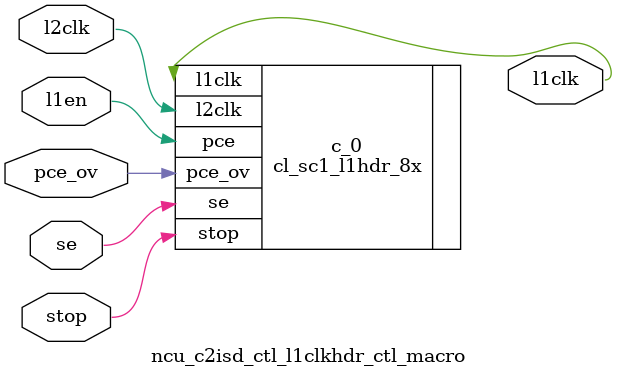
<source format=v>
`define RF_RDEN_OFFSTATE            1'b1

`define NCU_INTMANRF_DEPTH         128
`define NCU_INTMANRF_DATAWIDTH      16
`define NCU_INTMANRF_ADDRWIDTH       7
//====================================

//====================================
`define NCU_MONDORF_DEPTH           64
`define NCU_MONDORF_DATAWIDTH       72
`define NCU_MONDORF_ADDRWIDTH        6
//====================================

//====================================
`define NCU_CPUBUFRF_DEPTH          32
`define NCU_CPUBUFRF_DATAWIDTH     144
`define NCU_CPUBUFRF_ADDRWIDTH       5
//====================================

//====================================
`define NCU_IOBUFRF_DEPTH          32
`define NCU_IOBUFRF_DATAWIDTH     144
`define NCU_IOBUFRF_ADDRWIDTH       5
//====================================

//====================================
`define NCU_IOBUF1RF_DEPTH          32
`define NCU_IOBUF1RF_DATAWIDTH      32
`define NCU_IOBUF1RF_ADDRWIDTH       5
//====================================

//====================================
`define NCU_INTBUFRF_DEPTH          32
`define NCU_INTBUFRF_DATAWIDTH     144
`define NCU_INTBUFRF_ADDRWIDTH       5
//====================================

//== fix me : need to remove when warm //
//== becomes available //
`define WMR_LENGTH		10'd999
`define WMR_LENGTH_P1		10'd1000

//// NCU CSR_MAN address   80_0000_xxxx ////
`define NCU_CSR_MAN			16'h0000
`define NCU_CREG_INTMAN			16'h0000
//`define NCU_CREG_INTVECDISP		16'h0800
`define NCU_CREG_MONDOINVEC		16'h0a00
`define NCU_CREG_SERNUM			16'h1000
`define NCU_CREG_FUSESTAT		16'h1008
`define NCU_CREG_COREAVAIL		16'h1010
`define NCU_CREG_BANKAVAIL		16'h1018
`define NCU_CREG_BANK_ENABLE		16'h1020
`define NCU_CREG_BANK_ENABLE_STATUS 	16'h1028
`define NCU_CREG_L2_HASH_ENABLE		16'h1030
`define NCU_CREG_L2_HASH_ENABLE_STATUS	16'h1038


`define NCU_CREG_MEM32_BASE	16'h2000
`define NCU_CREG_MEM32_MASK	16'h2008
`define NCU_CREG_MEM64_BASE	16'h2010
`define NCU_CREG_MEM64_MASK	16'h2018
`define NCU_CREG_IOCON_BASE	16'h2020
`define NCU_CREG_IOCON_MASK	16'h2028
`define NCU_CREG_MMUFSH		16'h2030

`define NCU_CREG_ESR		16'h3000
`define NCU_CREG_ELE		16'h3008
`define NCU_CREG_EIE		16'h3010
`define NCU_CREG_EJR		16'h3018
`define NCU_CREG_FEE		16'h3020
`define NCU_CREG_PER		16'h3028
`define NCU_CREG_SIISYN		16'h3030
`define NCU_CREG_NCUSYN		16'h3038
`define NCU_CREG_SCKSEL         16'h3040
`define NCU_CREG_DBGTRIG_EN     16'h4000

//// NUC CSR_MONDO address 80_0004_xxxx ////
`define NCU_CSR_MONDO		16'h0004
`define NCU_CREG_MDATA0  	16'h0000 
`define NCU_CREG_MDATA1  	16'h0200 
`define NCU_CREG_MDATA0_ALIAS	16'h0400 
`define NCU_CREG_MDATA1_ALIAS	16'h0600 
`define NCU_CREG_MBUSY		16'h0800 
`define NCU_CREG_MBUSY_ALIAS	16'h0a00 



// ASI shared reg 90_xxxx_xxxx//
`define NCU_ASI_A_HIT			10'h104 // 6-bits cpuid and thread id are "x"
`define NCU_ASI_B_HIT			10'h1CC // 6-bits cpuid and thread id are "x"
`define NCU_ASI_C_HIT			10'h114	// 6-bits cpuid and thread id are "x"
`define NCU_ASI_COREAVAIL		16'h0000
`define NCU_ASI_CORE_ENABLE_STATUS	16'h0010
`define NCU_ASI_CORE_ENABLE		16'h0020
`define NCU_ASI_XIR_STEERING		16'h0030
`define NCU_ASI_CORE_RUNNINGRW		16'h0050
`define NCU_ASI_CORE_RUNNING_STATUS	16'h0058
`define NCU_ASI_CORE_RUNNING_W1S	16'h0060
`define NCU_ASI_CORE_RUNNING_W1C	16'h0068
`define NCU_ASI_INTVECDISP		16'h0000
`define NCU_ASI_ERR_STR                 16'h1000
`define NCU_ASI_WMR_VEC_MASK            16'h0018
`define NCU_ASI_CMP_TICK_ENABLE		16'h0038


//// UCB packet type ////
`define UCB_READ_NACK	4'b0000    // ack/nack types
`define UCB_READ_ACK	4'b0001
`define UCB_WRITE_ACK	4'b0010
`define UCB_IFILL_ACK	4'b0011
`define UCB_IFILL_NACK	4'b0111

`define UCB_READ_REQ	4'b0100    // req types
`define UCB_WRITE_REQ	4'b0101
`define UCB_IFILL_REQ	4'b0110

`define UCB_INT		4'b1000    // plain interrupt
`define UCB_INT_VEC	4'b1100    // interrupt with vector
`define UCB_INT_SOC_UE	4'b1001    // soc interrup ue
`define UCB_INT_SOC_CE  4'b1010    // soc interrup ce
`define UCB_RESET_VEC	4'b0101    // reset with vector
`define UCB_IDLE_VEC	4'b1110    // idle with vector
`define UCB_RESUME_VEC	4'b1111    // resume with vector

`define UCB_INT_SOC 	4'b1101    // soc interrup ce


//// PCX packet type ////
`define	PCX_LOAD_RQ	5'b00000
`define	PCX_IMISS_RQ	5'b10000
`define	PCX_STORE_RQ	5'b00001
`define PCX_FWD_RQs	5'b01101
`define PCX_FWD_RPYs	5'b01110

//// CPX packet type ////
//`define CPX_LOAD_RET	4'b0000
`define CPX_LOAD_RET	4'b1000
`define CPX_ST_ACK	4'b0100
//`define CPX_IFILL_RET	4'b0001
`define CPX_IFILL_RET	4'b1001
`define CPX_INT_RET	4'b0111
`define CPX_INT_SOC	4'b1101
//`define CPX_FWD_RQ_RET	4'b1010
//`define CPX_FWD_RPY_RET	4'b1011




//// Global CSR decode ////
`define NCU_CSR		8'h80
`define NIU_CSR		8'h81
//`define RNG_CSR		8'h82
`define DBG1_CSR               8'h86
`define CCU_CSR		8'h83
`define MCU_CSR		8'h84
`define TCU_CSR		8'h85
`define DMU_CSR		8'h88
`define RCU_CSR		8'h89
`define NCU_ASI		8'h90
			/////8'h91 ~ 9F reserved
			/////8'hA0 ~ BF L2 CSR////
`define DMU_PIO		4'hC   // C0 ~ CF
			/////8'hB0 ~ FE reserved
`define SSI_CSR		8'hFF


//// NCU_SSI ////
`define SSI_ADDR 	 	12'hFF_F
`define SSI_ADDR_TIMEOUT_REG	40'hFF_0001_0088
`define SSI_ADDR_LOG_REG	40'hFF_0000_0018

`define IF_IDLE 2'b00
`define IF_ACPT 2'b01
`define IF_DROP 2'b10

`define SSI_IDLE     3'b000
`define	SSI_REQ      3'b001
`define	SSI_WDATA    3'b011
`define	SSI_REQ_PAR  3'b101
`define	SSI_ACK      3'b111
`define	SSI_RDATA    3'b110
`define	SSI_ACK_PAR  3'b010










module ncu_c2isd_ctl (
  iol2clk, 
  tcu_scan_en, 
  scan_in, 
  scan_out, 
  tcu_pce_ov, 
  tcu_clk_stop, 
  tcu_aclk, 
  tcu_bclk, 
  tap_iob_packet, 
  cpubuf_dout, 
  cpubuf_rd, 
  pas, 
  pa_ld, 
  pcx_packet, 
  pcx_packet_ue, 
  cpubuf_uei, 
  pcx_packet_pe, 
  cpubuf_pei, 
  tap_sel, 
  cpu_packet_type, 
  cpu_packet_size, 
  c2i_packet_addr, 
  c2i_packet, 
  c2i_rd_nack_packet, 
  wr_ack_iopkt, 
  mb0_cpubuf_bus_sel, 
  cpubuf_mb0_data, 
  cpubufsyn) ;
wire cpubuf_pa_ff_scanin;
wire cpubuf_pa_ff_scanout;
wire [143:0] cpubuf_pa;
wire l1clk;
wire [143:0] cpubuf_dout_muxed_a;
wire eccchk6i_0;
wire eccchk6i_1;
wire cpubuf_ue_n;
wire unused_ce;
wire [5:0] cpubuf_dout_muxed_b;
wire [4:0] unused_co;
wire [9:0] cpubuf_pfail_n;
wire [128:0] cpubuf_dout_muxed;
wire pcx_packet_ff_scanin;
wire pcx_packet_ff_scanout;
wire cpubufsyn_ff_scanin;
wire cpubufsyn_ff_scanout;
wire pcx_packet_pe_ff_scanin;
wire pcx_packet_pe_ff_scanout;
wire pcx_packet_ue_ff_scanin;
wire pcx_packet_ue_ff_scanout;
wire [127:0] cpu_packet;
wire [144:0] wr_ack_packet;
wire [7:0] wr_ack_packet_cpu;
wire [3:0] nack_packet_type;
wire siclk;
wire soclk;
wire se;
wire pce_ov;
wire stop;


////////////////////////////////////////////////////////////////////////
// Signal declarations
////////////////////////////////////////////////////////////////////////
// Global interface
input		iol2clk;

input		tcu_scan_en;
input		scan_in;
output		scan_out;
input		tcu_pce_ov;
input		tcu_clk_stop;
input		tcu_aclk;
input		tcu_bclk;

// TAP interface
input [127:0]	tap_iob_packet;

// CPU buffer interface
input [143:0]	cpubuf_dout;

// c2i sc blk //
input		cpubuf_rd;
input		pas;
input		pa_ld;
output [128:0]	pcx_packet;
output		pcx_packet_ue;
input		cpubuf_uei;
output		pcx_packet_pe;
input		cpubuf_pei;
input		tap_sel;
input [3:0]	cpu_packet_type;
input [2:0]	cpu_packet_size;

output [39:0]	c2i_packet_addr;

// UCB buffer interface
output [127:0]	c2i_packet;

// Nack buffer interface
output [63:0]	c2i_rd_nack_packet;

// i2c slow datapath interface
output [152:0]	wr_ack_iopkt;

// mb0 signals //
input [4:0]	mb0_cpubuf_bus_sel;
output [7:0]	cpubuf_mb0_data;

// err par //
output [50:0]	cpubufsyn;


// Internal signals

reg [7:0]	cpubuf_mb0_data;
always@(cpubuf_dout or mb0_cpubuf_bus_sel) begin
    case(mb0_cpubuf_bus_sel[4:0]) //synopsys parallel_case full_case infer_mux
    5'd0  : cpubuf_mb0_data[7:0] = {6'b0,cpubuf_dout[129:128]};
    5'd1  : cpubuf_mb0_data[7:0] = cpubuf_dout[127:120];
    5'd2  : cpubuf_mb0_data[7:0] = cpubuf_dout[119:112];
    5'd3  : cpubuf_mb0_data[7:0] = cpubuf_dout[111:104];
    5'd4  : cpubuf_mb0_data[7:0] = cpubuf_dout[103: 96];
    5'd5  : cpubuf_mb0_data[7:0] = cpubuf_dout[ 95: 88];
    5'd6  : cpubuf_mb0_data[7:0] = cpubuf_dout[ 87: 80];
    5'd7  : cpubuf_mb0_data[7:0] = cpubuf_dout[ 79: 72];
    5'd8  : cpubuf_mb0_data[7:0] = cpubuf_dout[ 71: 64];
    5'd9  : cpubuf_mb0_data[7:0] = cpubuf_dout[ 63: 56];
    5'd10 : cpubuf_mb0_data[7:0] = cpubuf_dout[ 55: 48];
    5'd11 : cpubuf_mb0_data[7:0] = cpubuf_dout[ 47: 40];
    5'd12 : cpubuf_mb0_data[7:0] = cpubuf_dout[ 39: 32];
    5'd13 : cpubuf_mb0_data[7:0] = cpubuf_dout[ 31: 24];
    5'd14 : cpubuf_mb0_data[7:0] = cpubuf_dout[ 23: 16];
    5'd15 : cpubuf_mb0_data[7:0] = cpubuf_dout[ 15:  8];
    default: cpubuf_mb0_data[7:0] = cpubuf_dout[ 7:  0];
    endcase
end
/*****************************************************************
 * Flop data from CPU buffer
 *****************************************************************/
ncu_c2isd_ctl_msff_ctl_macro__en_1__width_144 cpubuf_pa_ff  
				(
				.scan_in(cpubuf_pa_ff_scanin),
				.scan_out(cpubuf_pa_ff_scanout),
				.dout		(cpubuf_pa[143:0]),
				.l1clk		(l1clk),
				.en		(pa_ld),
				.din		(cpubuf_dout[143:0]),
  .siclk(siclk),
  .soclk(soclk)
				);

//reg [15:0]	cntr;
//initial cntr[15:0]=16'b0;
//always@(posedge iol2clk) begin
	//cntr[15:0] <=  mov ? cntr[15:0]+1'b1 : cntr[15:0] ;
//end


assign	cpubuf_dout_muxed_a[143:0] = pas ? cpubuf_pa[143:0] : cpubuf_dout[143:0] ;

assign	eccchk6i_0 = cpubuf_dout_muxed_a[129]^cpubuf_uei;
assign	eccchk6i_1 = cpubuf_dout_muxed_a[130]^cpubuf_uei;
ncu_eccchk6_ctl  c2isdeccchk6 (.din(cpubuf_dout_muxed_a[122:117]),
				.ci({cpubuf_dout_muxed_a[133:131],eccchk6i_1,eccchk6i_0}),
				.ue(cpubuf_ue_n),
				.ce(unused_ce),
				.dout(cpubuf_dout_muxed_b[5:0]),
				.co(unused_co[4:0]) );

assign	cpubuf_pfail_n[0] =  ~^{cpubuf_dout_muxed_a[0],  cpubuf_dout_muxed_a[10], cpubuf_dout_muxed_a[20], 
				cpubuf_dout_muxed_a[30], cpubuf_dout_muxed_a[40], cpubuf_dout_muxed_a[50],
				cpubuf_dout_muxed_a[60], cpubuf_dout_muxed_a[70], cpubuf_dout_muxed_a[80],
				cpubuf_dout_muxed_a[90], cpubuf_dout_muxed_a[100],cpubuf_dout_muxed_a[110],
			        cpubuf_dout_muxed_a[134],cpubuf_pei};
assign	cpubuf_pfail_n[1] =  ~^{cpubuf_dout_muxed_a[1],  cpubuf_dout_muxed_a[11], cpubuf_dout_muxed_a[21], 
				cpubuf_dout_muxed_a[31], cpubuf_dout_muxed_a[41], cpubuf_dout_muxed_a[51],
				cpubuf_dout_muxed_a[61], cpubuf_dout_muxed_a[70], cpubuf_dout_muxed_a[81],
				cpubuf_dout_muxed_a[91], cpubuf_dout_muxed_a[101],cpubuf_dout_muxed_a[111], 
				cpubuf_dout_muxed_a[135]};
assign	cpubuf_pfail_n[2] =  ~^{cpubuf_dout_muxed_a[2],  cpubuf_dout_muxed_a[12], cpubuf_dout_muxed_a[22], 
				cpubuf_dout_muxed_a[32], cpubuf_dout_muxed_a[42], cpubuf_dout_muxed_a[52],
				cpubuf_dout_muxed_a[62], cpubuf_dout_muxed_a[72], cpubuf_dout_muxed_a[82],
				cpubuf_dout_muxed_a[92], cpubuf_dout_muxed_a[102],cpubuf_dout_muxed_a[114],
			        cpubuf_dout_muxed_a[136]};
assign	cpubuf_pfail_n[3] =  ~^{cpubuf_dout_muxed_a[3],  cpubuf_dout_muxed_a[13], cpubuf_dout_muxed_a[23], 
				cpubuf_dout_muxed_a[33], cpubuf_dout_muxed_a[43], cpubuf_dout_muxed_a[52],
				cpubuf_dout_muxed_a[63], cpubuf_dout_muxed_a[73], cpubuf_dout_muxed_a[83],
				cpubuf_dout_muxed_a[93], cpubuf_dout_muxed_a[103],cpubuf_dout_muxed_a[124],
			        cpubuf_dout_muxed_a[137]};
assign	cpubuf_pfail_n[4] =  ~^{cpubuf_dout_muxed_a[4],  cpubuf_dout_muxed_a[14], cpubuf_dout_muxed_a[24], 
				cpubuf_dout_muxed_a[34], cpubuf_dout_muxed_a[44], cpubuf_dout_muxed_a[54],
				cpubuf_dout_muxed_a[64], cpubuf_dout_muxed_a[74], cpubuf_dout_muxed_a[84],
				cpubuf_dout_muxed_a[94], cpubuf_dout_muxed_a[104],cpubuf_dout_muxed_a[125],
			        cpubuf_dout_muxed_a[138]};
assign	cpubuf_pfail_n[5] =  ~^{cpubuf_dout_muxed_a[5],  cpubuf_dout_muxed_a[15], cpubuf_dout_muxed_a[25], 
				cpubuf_dout_muxed_a[35], cpubuf_dout_muxed_a[45], cpubuf_dout_muxed_a[55],
				cpubuf_dout_muxed_a[65], cpubuf_dout_muxed_a[75], cpubuf_dout_muxed_a[85],
				cpubuf_dout_muxed_a[95], cpubuf_dout_muxed_a[105],cpubuf_dout_muxed_a[126],
			        cpubuf_dout_muxed_a[139]};
assign	cpubuf_pfail_n[6] =  ~^{cpubuf_dout_muxed_a[6],  cpubuf_dout_muxed_a[16], cpubuf_dout_muxed_a[26], 
				cpubuf_dout_muxed_a[36], cpubuf_dout_muxed_a[46], cpubuf_dout_muxed_a[56],
				cpubuf_dout_muxed_a[66], cpubuf_dout_muxed_a[76], cpubuf_dout_muxed_a[86],
				cpubuf_dout_muxed_a[96], cpubuf_dout_muxed_a[106],cpubuf_dout_muxed_a[127],
			        cpubuf_dout_muxed_a[140]};
assign	cpubuf_pfail_n[7] =  ~^{cpubuf_dout_muxed_a[7],  cpubuf_dout_muxed_a[17], cpubuf_dout_muxed_a[27], 
				cpubuf_dout_muxed_a[37], cpubuf_dout_muxed_a[47], cpubuf_dout_muxed_a[57],
				cpubuf_dout_muxed_a[67], cpubuf_dout_muxed_a[77], cpubuf_dout_muxed_a[87],
				cpubuf_dout_muxed_a[98], cpubuf_dout_muxed_a[107],cpubuf_dout_muxed_a[128],
			        cpubuf_dout_muxed_a[141]};
assign	cpubuf_pfail_n[8] =  ~^{cpubuf_dout_muxed_a[8],  cpubuf_dout_muxed_a[18], cpubuf_dout_muxed_a[28], 
				cpubuf_dout_muxed_a[38], cpubuf_dout_muxed_a[48], cpubuf_dout_muxed_a[58],
				cpubuf_dout_muxed_a[68], cpubuf_dout_muxed_a[78], cpubuf_dout_muxed_a[88],
				cpubuf_dout_muxed_a[98], cpubuf_dout_muxed_a[108],cpubuf_dout_muxed_a[142]};
assign	cpubuf_pfail_n[9] =  ~^{cpubuf_dout_muxed_a[9],  cpubuf_dout_muxed_a[19], cpubuf_dout_muxed_a[29], 
				cpubuf_dout_muxed_a[39], cpubuf_dout_muxed_a[49], cpubuf_dout_muxed_a[59],
				cpubuf_dout_muxed_a[69], cpubuf_dout_muxed_a[79], cpubuf_dout_muxed_a[89],
				cpubuf_dout_muxed_a[99], cpubuf_dout_muxed_a[109],cpubuf_dout_muxed_a[143]};


assign	cpubuf_dout_muxed[128:0] = {cpubuf_dout_muxed_a[128:123],cpubuf_dout_muxed_b[5:0],cpubuf_dout_muxed_a[116:0]};
ncu_c2isd_ctl_msff_ctl_macro__en_1__width_129 pcx_packet_ff  
				(
				.scan_in(pcx_packet_ff_scanin),
				.scan_out(pcx_packet_ff_scanout),
				.dout		(pcx_packet[128:0]),
				.l1clk		(l1clk),
				.en		(cpubuf_rd),
				.din		(cpubuf_dout_muxed[128:0]),
  .siclk(siclk),
  .soclk(soclk)
				);

ncu_c2isd_ctl_msff_ctl_macro__en_1__width_51 cpubufsyn_ff  
				(
				.scan_in(cpubufsyn_ff_scanin),
				.scan_out(cpubufsyn_ff_scanout),
				.dout		(cpubufsyn[50:0]),
				.l1clk		(l1clk),
				.en		(cpubuf_rd),
				.din		({cpubuf_dout_muxed_a[128:124],cpubuf_dout_muxed_b[5:0],cpubuf_dout_muxed_a[103:64]}),
  .siclk(siclk),
  .soclk(soclk)
				);

ncu_c2isd_ctl_msff_ctl_macro__en_1__width_1 pcx_packet_pe_ff  
				(
				.scan_in(pcx_packet_pe_ff_scanin),
				.scan_out(pcx_packet_pe_ff_scanout),
				.dout		(pcx_packet_pe),
				.l1clk		(l1clk),
				.en		(cpubuf_rd),
				.din		(|cpubuf_pfail_n[9:0]),
  .siclk(siclk),
  .soclk(soclk)
				);

ncu_c2isd_ctl_msff_ctl_macro__en_1__width_1 pcx_packet_ue_ff  
				(
				.scan_in(pcx_packet_ue_ff_scanin),
				.scan_out(pcx_packet_ue_ff_scanout),
				.dout		(pcx_packet_ue),
				.l1clk		(l1clk),
				.en		(cpubuf_rd),
				.din		(cpubuf_ue_n),
  .siclk(siclk),
  .soclk(soclk)
				);



			

//// parity check for normal data path ////

// Convert from PCX format to UCB format   
assign 	cpu_packet[127:0] =  // request packet to IO devices
			     {pcx_packet[63:0],       // data [127:64]
			      pcx_packet[114],	      // reserved bit[63] (bis)
			      pcx_packet[111:104],    // reserved bits [62:55] (bytemask)
			      pcx_packet[103:64],     // address [54:15]
			      cpu_packet_size[2:0],   // size  [14:12]
			      2'b00,                  // buffer ID [11:10]
			      pcx_packet[122:117],    // cpu thr ID  [9:4]
			      cpu_packet_type[3:0]} ; // packet type [3:0]

assign 	wr_ack_packet[144:0] = {
				`CPX_ST_ACK ,		// return type [144:141]
				1'b0,			// l2miss     [140]
				2'b0,			// error      [139:138]
				1'b1,			// NC         [137]
				pcx_packet[119:117],	// thread ID  [136:134]
				6'b0,			// 	      [133:128]
				2'b0,			// XX         [127:126]
				pcx_packet[114],	// BIS        [125]
				2'b0,			// XX         [124:123]
				pcx_packet[69:68],	// addr[5:4]  [122:121]
				pcx_packet[122:120],	// cpu ID     [120:118]
				1'b0,			//	      [117]
				pcx_packet[74:70],	// addr[10:6] [116:112]
				7'b0,			// XXXXXXX    [111:105]
				pcx_packet[67],		// addr[3]    [104]
				pcx_packet[111:104],	// byte mask  [103:96]
				32'b0,			// unused     [95:64]
				pcx_packet[63:0] };	// data	      [63:0]

assign 	wr_ack_packet_cpu[7:0] = 8'b0000_0001 << pcx_packet[122:120];

assign 	wr_ack_iopkt[152:0] = {wr_ack_packet_cpu[7:0],wr_ack_packet[144:0]};

/*****************************************************************
 * Mux between TAP and CPU packet
 *****************************************************************/
// TAP packets priority > PCX packets priority
assign 	c2i_packet[127:0] = tap_sel ? tap_iob_packet[127:0] : cpu_packet[127:0];

assign 	c2i_packet_addr[39:0] = c2i_packet[54:15];


/*****************************************************************
 * Generate read nack for read to undefined address space
 *****************************************************************/
//assign 	nack_packet_type[3:0] = (cpu_packet[3:0] == `UCB_IFILL_REQ) ?  `UCB_IFILL_NACK : `UCB_READ_NACK ;
assign 	nack_packet_type[3:0] = 
	((~tap_sel&(cpu_packet[3:0]    ==`UCB_IFILL_REQ)) |
	 ( tap_sel&(tap_iob_packet[3:0]==`UCB_IFILL_REQ))) ? `UCB_IFILL_NACK : `UCB_READ_NACK ;

assign 	c2i_rd_nack_packet[63:0] = {9'b0,              // reserved bits
				    40'b0,             // address
				    3'b0,              // size
				    c2i_packet[11:10], // buffer ID
				    c2i_packet[9:4],   // thread ID
				    nack_packet_type[3:0] }; // packet type



/**** adding clock header ****/
ncu_c2isd_ctl_l1clkhdr_ctl_macro clkgen (
				.l2clk	(iol2clk),
				.l1en	(1'b1),
				.l1clk	(l1clk),
  .pce_ov(pce_ov),
  .stop(stop),
  .se(se)
				);

/*** building tcu port ***/
assign	siclk = tcu_aclk;
assign	soclk = tcu_bclk;
assign	   se = tcu_scan_en;
assign	pce_ov = tcu_pce_ov;
assign	stop = tcu_clk_stop;

// fixscan start:
assign cpubuf_pa_ff_scanin       = scan_in                  ;
assign pcx_packet_ff_scanin      = cpubuf_pa_ff_scanout     ;
assign cpubufsyn_ff_scanin       = pcx_packet_ff_scanout    ;
assign pcx_packet_pe_ff_scanin   = cpubufsyn_ff_scanout     ;
assign pcx_packet_ue_ff_scanin   = pcx_packet_pe_ff_scanout ;
assign scan_out                  = pcx_packet_ue_ff_scanout ;
// fixscan end:
endmodule // c2i_sdp


// Local Variables:
// verilog-auto-sense-defines-constant:t
// End:









// any PARAMS parms go into naming of macro

module ncu_c2isd_ctl_msff_ctl_macro__en_1__width_144 (
  din, 
  en, 
  l1clk, 
  scan_in, 
  siclk, 
  soclk, 
  dout, 
  scan_out);
wire [143:0] fdin;
wire [142:0] so;

  input [143:0] din;
  input en;
  input l1clk;
  input scan_in;


  input siclk;
  input soclk;

  output [143:0] dout;
  output scan_out;
assign fdin[143:0] = (din[143:0] & {144{en}}) | (dout[143:0] & ~{144{en}});






dff /*#(144)*/  d0_0 (
.l1clk(l1clk),
.siclk(siclk),
.soclk(soclk),
.d(fdin[143:0]),
.si({scan_in,so[142:0]}),
.so({so[142:0],scan_out}),
.q(dout[143:0])
);












endmodule







// any PARAMS parms go into naming of macro

module ncu_c2isd_ctl_msff_ctl_macro__en_1__width_129 (
  din, 
  en, 
  l1clk, 
  scan_in, 
  siclk, 
  soclk, 
  dout, 
  scan_out);
wire [128:0] fdin;
wire [127:0] so;

  input [128:0] din;
  input en;
  input l1clk;
  input scan_in;


  input siclk;
  input soclk;

  output [128:0] dout;
  output scan_out;
assign fdin[128:0] = (din[128:0] & {129{en}}) | (dout[128:0] & ~{129{en}});






dff /*#(129)*/  d0_0 (
.l1clk(l1clk),
.siclk(siclk),
.soclk(soclk),
.d(fdin[128:0]),
.si({scan_in,so[127:0]}),
.so({so[127:0],scan_out}),
.q(dout[128:0])
);












endmodule













// any PARAMS parms go into naming of macro

module ncu_c2isd_ctl_msff_ctl_macro__en_1__width_51 (
  din, 
  en, 
  l1clk, 
  scan_in, 
  siclk, 
  soclk, 
  dout, 
  scan_out);
wire [50:0] fdin;
wire [49:0] so;

  input [50:0] din;
  input en;
  input l1clk;
  input scan_in;


  input siclk;
  input soclk;

  output [50:0] dout;
  output scan_out;
assign fdin[50:0] = (din[50:0] & {51{en}}) | (dout[50:0] & ~{51{en}});






dff /*#(51)*/  d0_0 (
.l1clk(l1clk),
.siclk(siclk),
.soclk(soclk),
.d(fdin[50:0]),
.si({scan_in,so[49:0]}),
.so({so[49:0],scan_out}),
.q(dout[50:0])
);












endmodule













// any PARAMS parms go into naming of macro

module ncu_c2isd_ctl_msff_ctl_macro__en_1__width_1 (
  din, 
  en, 
  l1clk, 
  scan_in, 
  siclk, 
  soclk, 
  dout, 
  scan_out);
wire [0:0] fdin;

  input [0:0] din;
  input en;
  input l1clk;
  input scan_in;


  input siclk;
  input soclk;

  output [0:0] dout;
  output scan_out;
assign fdin[0:0] = (din[0:0] & {1{en}}) | (dout[0:0] & ~{1{en}});






dff /*#(1)*/  d0_0 (
.l1clk(l1clk),
.siclk(siclk),
.soclk(soclk),
.d(fdin[0:0]),
.si(scan_in),
.so(scan_out),
.q(dout[0:0])
);












endmodule













// any PARAMS parms go into naming of macro

module ncu_c2isd_ctl_l1clkhdr_ctl_macro (
  l2clk, 
  l1en, 
  pce_ov, 
  stop, 
  se, 
  l1clk);


  input l2clk;
  input l1en;
  input pce_ov;
  input stop;
  input se;
  output l1clk;



 

cl_sc1_l1hdr_8x c_0 (


   .l2clk(l2clk),
   .pce(l1en),
   .l1clk(l1clk),
  .se(se),
  .pce_ov(pce_ov),
  .stop(stop)
);



endmodule









</source>
